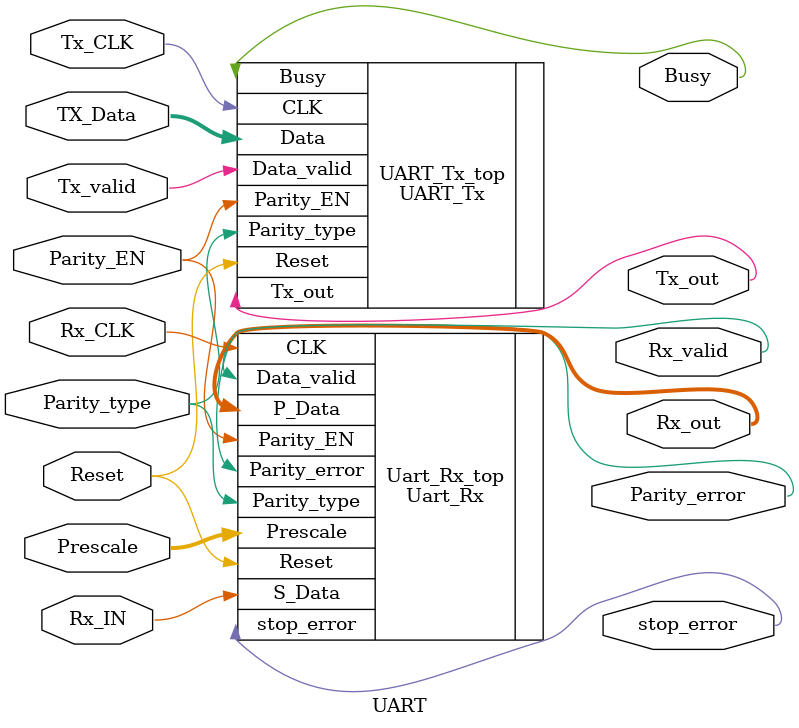
<source format=v>
module UART  #(parameter width = 8
) (
    //-------------------------------//
    /*        Clocks and Reset       */
    //-------------------------------//
    input  wire              Tx_CLK,
    input  wire              Rx_CLK,
    input  wire              Reset,
    //-------------------------------//
    /*     Rx inputs & outputs       */
    //-------------------------------//
    input  wire              Rx_IN,
    output wire  [width-1:0] Rx_out,
    output wire              Rx_valid,
    output wire              Parity_error,
    output wire              stop_error,
    //-------------------------------//
    /*     Tx inputs & outputs       */
    //-------------------------------//
    input  wire              Tx_valid,     // High for one CLK cycle it tells me that the data is ready
    input  wire  [width-1:0] TX_Data,        
    output wire              Busy,         // high when the uart is sending (I.e. not Idle)
    output wire              Tx_out,
    //-------------------------------//
    /*        configurations         */
    //-------------------------------//
    input  wire              Parity_EN,
    input  wire              Parity_type,
    input  wire  [4:0]       Prescale      // note that it has to be >= 5
);

//---------------------------------------------
/*              Rx instantiation             */
//---------------------------------------------
Uart_Rx #(.width(width)) Uart_Rx_top
(
    .CLK(Rx_CLK),
    .Reset(Reset),
    .S_Data(Rx_IN),
    .Parity_EN(Parity_EN),
    .Parity_type(Parity_type),
    .Prescale(Prescale),
    .Parity_error(Parity_error),
    .stop_error(stop_error),
    .Data_valid(Rx_valid),
    .P_Data(Rx_out)
);

//---------------------------------------------
/*              Tx instantiation             */
//---------------------------------------------
UART_Tx #(.width(width)) 
UART_Tx_top(
    .CLK(Tx_CLK),
    .Reset(Reset),
    .Parity_type(Parity_type),
    .Parity_EN(Parity_EN),   
    .Data_valid(Tx_valid),  
    .Data(TX_Data),        
    .Busy(Busy),       
    .Tx_out(Tx_out)      
);

endmodule
</source>
